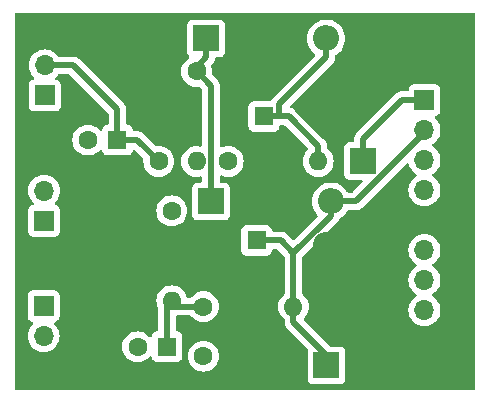
<source format=gbl>
G04 #@! TF.GenerationSoftware,KiCad,Pcbnew,7.0.10-7.0.10~ubuntu20.04.1*
G04 #@! TF.CreationDate,2024-06-13T14:39:57-03:00*
G04 #@! TF.ProjectId,Condicionamento_compacto_V01b,436f6e64-6963-4696-9f6e-616d656e746f,rev?*
G04 #@! TF.SameCoordinates,Original*
G04 #@! TF.FileFunction,Copper,L2,Bot*
G04 #@! TF.FilePolarity,Positive*
%FSLAX46Y46*%
G04 Gerber Fmt 4.6, Leading zero omitted, Abs format (unit mm)*
G04 Created by KiCad (PCBNEW 7.0.10-7.0.10~ubuntu20.04.1) date 2024-06-13 14:39:57*
%MOMM*%
%LPD*%
G01*
G04 APERTURE LIST*
G04 #@! TA.AperFunction,ComponentPad*
%ADD10R,1.700000X1.700000*%
G04 #@! TD*
G04 #@! TA.AperFunction,ComponentPad*
%ADD11O,1.700000X1.700000*%
G04 #@! TD*
G04 #@! TA.AperFunction,ComponentPad*
%ADD12R,1.600000X1.600000*%
G04 #@! TD*
G04 #@! TA.AperFunction,ComponentPad*
%ADD13C,1.600000*%
G04 #@! TD*
G04 #@! TA.AperFunction,ComponentPad*
%ADD14O,1.600000X1.600000*%
G04 #@! TD*
G04 #@! TA.AperFunction,ComponentPad*
%ADD15R,2.200000X2.200000*%
G04 #@! TD*
G04 #@! TA.AperFunction,ComponentPad*
%ADD16O,2.200000X2.200000*%
G04 #@! TD*
G04 #@! TA.AperFunction,Conductor*
%ADD17C,0.500000*%
G04 #@! TD*
G04 APERTURE END LIST*
D10*
X130100000Y-103225000D03*
D11*
X130100000Y-100685000D03*
D12*
X136300000Y-96400000D03*
D13*
X133800000Y-96400000D03*
X139800000Y-98200000D03*
D14*
X139800000Y-90580000D03*
D10*
X130050000Y-110450000D03*
D11*
X130050000Y-112990000D03*
X130050000Y-115530000D03*
D13*
X143590000Y-110500000D03*
D14*
X151210000Y-110500000D03*
D10*
X130150000Y-92625000D03*
D11*
X130150000Y-90085000D03*
X130150000Y-87545000D03*
D15*
X154000000Y-115480000D03*
D16*
X154000000Y-105320000D03*
D12*
X148700000Y-94400000D03*
D13*
X148700000Y-91900000D03*
D15*
X157100000Y-98180000D03*
D16*
X157100000Y-88020000D03*
D12*
X148100000Y-104900000D03*
D13*
X148100000Y-107400000D03*
D15*
X143820000Y-87800000D03*
D16*
X153980000Y-87800000D03*
D13*
X140900000Y-102390000D03*
D14*
X140900000Y-110010000D03*
D13*
X145690000Y-98200000D03*
D14*
X153310000Y-98200000D03*
D13*
X143000000Y-90590000D03*
D14*
X143000000Y-98210000D03*
D10*
X162300000Y-93020000D03*
D11*
X162300000Y-95560000D03*
X162300000Y-98100000D03*
X162300000Y-100640000D03*
X162300000Y-103180000D03*
X162300000Y-105720000D03*
X162300000Y-108260000D03*
X162300000Y-110800000D03*
D12*
X140505100Y-113900000D03*
D13*
X138005100Y-113900000D03*
D15*
X144220000Y-101600000D03*
D16*
X154380000Y-101600000D03*
D13*
X143590000Y-114700000D03*
D14*
X151210000Y-114700000D03*
D17*
X153680000Y-103500000D02*
X151210000Y-105970000D01*
X162300000Y-95792900D02*
X156492900Y-101600000D01*
X153700000Y-103500000D02*
X153680000Y-103500000D01*
X154380000Y-101600000D02*
X154380000Y-102820000D01*
X154000000Y-115480000D02*
X154000000Y-114590000D01*
X148100000Y-104900000D02*
X150140000Y-104900000D01*
X151210000Y-111800000D02*
X151210000Y-110500000D01*
X151210000Y-105970000D02*
X151210000Y-110500000D01*
X154380000Y-102820000D02*
X153700000Y-103500000D01*
X150140000Y-104900000D02*
X151210000Y-105970000D01*
X154000000Y-114590000D02*
X151210000Y-111800000D01*
X162300000Y-95560000D02*
X162300000Y-95792900D01*
X156492900Y-101600000D02*
X154380000Y-101600000D01*
X141390000Y-110500000D02*
X143590000Y-110500000D01*
X140505100Y-110404900D02*
X140900000Y-110010000D01*
X140505100Y-113900000D02*
X140505100Y-110404900D01*
X140900000Y-110010000D02*
X141390000Y-110500000D01*
X130150000Y-90085000D02*
X132585000Y-90085000D01*
X138000000Y-96400000D02*
X139800000Y-98200000D01*
X132585000Y-90085000D02*
X136300000Y-93800000D01*
X136300000Y-96400000D02*
X138000000Y-96400000D01*
X136300000Y-93800000D02*
X136300000Y-96400000D01*
X148700000Y-94400000D02*
X150000000Y-94400000D01*
X157100000Y-96335000D02*
X157100000Y-98180000D01*
X150000000Y-93380000D02*
X150000000Y-94400000D01*
X153980000Y-89400000D02*
X150000000Y-93380000D01*
X162300000Y-93020000D02*
X160415000Y-93020000D01*
X153980000Y-87800000D02*
X153980000Y-89400000D01*
X153310000Y-98200000D02*
X153310000Y-96900000D01*
X160415000Y-93020000D02*
X157100000Y-96335000D01*
X150800000Y-94400000D02*
X150000000Y-94400000D01*
X153310000Y-96900000D02*
X153300000Y-96900000D01*
X153300000Y-96900000D02*
X150800000Y-94400000D01*
X143000000Y-90220000D02*
X143000000Y-90590000D01*
X143820000Y-87800000D02*
X143820000Y-89400000D01*
X143820000Y-89400000D02*
X143000000Y-90220000D01*
X144220000Y-91810000D02*
X143000000Y-90590000D01*
X144220000Y-101600000D02*
X144220000Y-91810000D01*
G04 #@! TA.AperFunction,Conductor*
G36*
X166542539Y-85620185D02*
G01*
X166588294Y-85672989D01*
X166599500Y-85724500D01*
X166599500Y-117475500D01*
X166579815Y-117542539D01*
X166527011Y-117588294D01*
X166475500Y-117599500D01*
X127724500Y-117599500D01*
X127657461Y-117579815D01*
X127611706Y-117527011D01*
X127600500Y-117475500D01*
X127600500Y-112990000D01*
X128694341Y-112990000D01*
X128714936Y-113225403D01*
X128714938Y-113225413D01*
X128776094Y-113453655D01*
X128776096Y-113453659D01*
X128776097Y-113453663D01*
X128785236Y-113473261D01*
X128875965Y-113667830D01*
X128875967Y-113667834D01*
X128898458Y-113699954D01*
X129011505Y-113861401D01*
X129178599Y-114028495D01*
X129222733Y-114059398D01*
X129372165Y-114164032D01*
X129372167Y-114164033D01*
X129372170Y-114164035D01*
X129586337Y-114263903D01*
X129586343Y-114263904D01*
X129586344Y-114263905D01*
X129618485Y-114272517D01*
X129814592Y-114325063D01*
X130002918Y-114341539D01*
X130049999Y-114345659D01*
X130050000Y-114345659D01*
X130050001Y-114345659D01*
X130089234Y-114342226D01*
X130285408Y-114325063D01*
X130513663Y-114263903D01*
X130727830Y-114164035D01*
X130921401Y-114028495D01*
X131049895Y-113900001D01*
X136699632Y-113900001D01*
X136719464Y-114126686D01*
X136719466Y-114126697D01*
X136778358Y-114346488D01*
X136778361Y-114346497D01*
X136874531Y-114552732D01*
X136874532Y-114552734D01*
X137005054Y-114739141D01*
X137165958Y-114900045D01*
X137165961Y-114900047D01*
X137352366Y-115030568D01*
X137558604Y-115126739D01*
X137778408Y-115185635D01*
X137940330Y-115199801D01*
X138005098Y-115205468D01*
X138005100Y-115205468D01*
X138005102Y-115205468D01*
X138061907Y-115200498D01*
X138231792Y-115185635D01*
X138451596Y-115126739D01*
X138657834Y-115030568D01*
X138844239Y-114900047D01*
X139001374Y-114742911D01*
X139062696Y-114709428D01*
X139132387Y-114714412D01*
X139188321Y-114756283D01*
X139209729Y-114802070D01*
X139211008Y-114807480D01*
X139261302Y-114942328D01*
X139261306Y-114942335D01*
X139347552Y-115057544D01*
X139347555Y-115057547D01*
X139462764Y-115143793D01*
X139462771Y-115143797D01*
X139597617Y-115194091D01*
X139597616Y-115194091D01*
X139604544Y-115194835D01*
X139657227Y-115200500D01*
X141352972Y-115200499D01*
X141412583Y-115194091D01*
X141547431Y-115143796D01*
X141662646Y-115057546D01*
X141748896Y-114942331D01*
X141799191Y-114807483D01*
X141805600Y-114747873D01*
X141805600Y-114700001D01*
X142284532Y-114700001D01*
X142304364Y-114926686D01*
X142304366Y-114926697D01*
X142363258Y-115146488D01*
X142363261Y-115146497D01*
X142459431Y-115352732D01*
X142459432Y-115352734D01*
X142589954Y-115539141D01*
X142750858Y-115700045D01*
X142750861Y-115700047D01*
X142937266Y-115830568D01*
X143143504Y-115926739D01*
X143363308Y-115985635D01*
X143525230Y-115999801D01*
X143589998Y-116005468D01*
X143590000Y-116005468D01*
X143590002Y-116005468D01*
X143646673Y-116000509D01*
X143816692Y-115985635D01*
X144036496Y-115926739D01*
X144242734Y-115830568D01*
X144429139Y-115700047D01*
X144590047Y-115539139D01*
X144720568Y-115352734D01*
X144816739Y-115146496D01*
X144875635Y-114926692D01*
X144895468Y-114700000D01*
X144875635Y-114473308D01*
X144830916Y-114306415D01*
X144816741Y-114253511D01*
X144816738Y-114253502D01*
X144787318Y-114190411D01*
X144720568Y-114047266D01*
X144590047Y-113860861D01*
X144590045Y-113860858D01*
X144429141Y-113699954D01*
X144242734Y-113569432D01*
X144242732Y-113569431D01*
X144036497Y-113473261D01*
X144036488Y-113473258D01*
X143816697Y-113414366D01*
X143816693Y-113414365D01*
X143816692Y-113414365D01*
X143816691Y-113414364D01*
X143816686Y-113414364D01*
X143590002Y-113394532D01*
X143589998Y-113394532D01*
X143363313Y-113414364D01*
X143363302Y-113414366D01*
X143143511Y-113473258D01*
X143143502Y-113473261D01*
X142937267Y-113569431D01*
X142937265Y-113569432D01*
X142750858Y-113699954D01*
X142589954Y-113860858D01*
X142459432Y-114047265D01*
X142459431Y-114047267D01*
X142363261Y-114253502D01*
X142363258Y-114253511D01*
X142304366Y-114473302D01*
X142304364Y-114473313D01*
X142284532Y-114699998D01*
X142284532Y-114700001D01*
X141805600Y-114700001D01*
X141805599Y-113052128D01*
X141799191Y-112992517D01*
X141798252Y-112990000D01*
X141748897Y-112857671D01*
X141748893Y-112857664D01*
X141662647Y-112742455D01*
X141662644Y-112742452D01*
X141547435Y-112656206D01*
X141547428Y-112656202D01*
X141412583Y-112605908D01*
X141366343Y-112600937D01*
X141301793Y-112574199D01*
X141261945Y-112516806D01*
X141255600Y-112477648D01*
X141255600Y-111375173D01*
X141275285Y-111308134D01*
X141328089Y-111262379D01*
X141375993Y-111251225D01*
X141394407Y-111250689D01*
X141399133Y-111250552D01*
X141402738Y-111250500D01*
X142463337Y-111250500D01*
X142530376Y-111270185D01*
X142564912Y-111303377D01*
X142589954Y-111339141D01*
X142750858Y-111500045D01*
X142750861Y-111500047D01*
X142937266Y-111630568D01*
X143143504Y-111726739D01*
X143363308Y-111785635D01*
X143525230Y-111799801D01*
X143589998Y-111805468D01*
X143590000Y-111805468D01*
X143590002Y-111805468D01*
X143646796Y-111800499D01*
X143816692Y-111785635D01*
X144036496Y-111726739D01*
X144242734Y-111630568D01*
X144429139Y-111500047D01*
X144590047Y-111339139D01*
X144720568Y-111152734D01*
X144816739Y-110946496D01*
X144875635Y-110726692D01*
X144895468Y-110500000D01*
X144875635Y-110273308D01*
X144816739Y-110053504D01*
X144720568Y-109847266D01*
X144590047Y-109660861D01*
X144590045Y-109660858D01*
X144429141Y-109499954D01*
X144242734Y-109369432D01*
X144242732Y-109369431D01*
X144036497Y-109273261D01*
X144036488Y-109273258D01*
X143816697Y-109214366D01*
X143816693Y-109214365D01*
X143816692Y-109214365D01*
X143816691Y-109214364D01*
X143816686Y-109214364D01*
X143590002Y-109194532D01*
X143589998Y-109194532D01*
X143363313Y-109214364D01*
X143363302Y-109214366D01*
X143143511Y-109273258D01*
X143143502Y-109273261D01*
X142937267Y-109369431D01*
X142937265Y-109369432D01*
X142750858Y-109499954D01*
X142589954Y-109660858D01*
X142564912Y-109696623D01*
X142510335Y-109740248D01*
X142463337Y-109749500D01*
X142271725Y-109749500D01*
X142204686Y-109729815D01*
X142158931Y-109677011D01*
X142151950Y-109657593D01*
X142126741Y-109563511D01*
X142126738Y-109563502D01*
X142121608Y-109552500D01*
X142030568Y-109357266D01*
X141930508Y-109214364D01*
X141900045Y-109170858D01*
X141739141Y-109009954D01*
X141552734Y-108879432D01*
X141552732Y-108879431D01*
X141346497Y-108783261D01*
X141346488Y-108783258D01*
X141126697Y-108724366D01*
X141126693Y-108724365D01*
X141126692Y-108724365D01*
X141126691Y-108724364D01*
X141126686Y-108724364D01*
X140900002Y-108704532D01*
X140899998Y-108704532D01*
X140673313Y-108724364D01*
X140673302Y-108724366D01*
X140453511Y-108783258D01*
X140453502Y-108783261D01*
X140247267Y-108879431D01*
X140247265Y-108879432D01*
X140060858Y-109009954D01*
X139899954Y-109170858D01*
X139769432Y-109357265D01*
X139769431Y-109357267D01*
X139673261Y-109563502D01*
X139673258Y-109563511D01*
X139614366Y-109783302D01*
X139614364Y-109783313D01*
X139594532Y-110009998D01*
X139594532Y-110010001D01*
X139614364Y-110236686D01*
X139614366Y-110236697D01*
X139673258Y-110456488D01*
X139673261Y-110456497D01*
X139742982Y-110606011D01*
X139754600Y-110658416D01*
X139754600Y-112477648D01*
X139734915Y-112544687D01*
X139682111Y-112590442D01*
X139643855Y-112600938D01*
X139597616Y-112605909D01*
X139462771Y-112656202D01*
X139462764Y-112656206D01*
X139347555Y-112742452D01*
X139347552Y-112742455D01*
X139261306Y-112857664D01*
X139261302Y-112857671D01*
X139211009Y-112992513D01*
X139209732Y-112997922D01*
X139175158Y-113058638D01*
X139113247Y-113091023D01*
X139043656Y-113084796D01*
X139001374Y-113057087D01*
X138844241Y-112899954D01*
X138657834Y-112769432D01*
X138657832Y-112769431D01*
X138451597Y-112673261D01*
X138451588Y-112673258D01*
X138231797Y-112614366D01*
X138231793Y-112614365D01*
X138231792Y-112614365D01*
X138231791Y-112614364D01*
X138231786Y-112614364D01*
X138005102Y-112594532D01*
X138005098Y-112594532D01*
X137778413Y-112614364D01*
X137778402Y-112614366D01*
X137558611Y-112673258D01*
X137558602Y-112673261D01*
X137352367Y-112769431D01*
X137352365Y-112769432D01*
X137165958Y-112899954D01*
X137005054Y-113060858D01*
X136874532Y-113247265D01*
X136874531Y-113247267D01*
X136778361Y-113453502D01*
X136778358Y-113453511D01*
X136719466Y-113673302D01*
X136719464Y-113673313D01*
X136699632Y-113899998D01*
X136699632Y-113900001D01*
X131049895Y-113900001D01*
X131088495Y-113861401D01*
X131224035Y-113667830D01*
X131323903Y-113453663D01*
X131385063Y-113225408D01*
X131405659Y-112990000D01*
X131385063Y-112754592D01*
X131323903Y-112526337D01*
X131224035Y-112312171D01*
X131205499Y-112285699D01*
X131088496Y-112118600D01*
X131043797Y-112073901D01*
X130966567Y-111996671D01*
X130933084Y-111935351D01*
X130938068Y-111865659D01*
X130979939Y-111809725D01*
X131010915Y-111792810D01*
X131142331Y-111743796D01*
X131257546Y-111657546D01*
X131343796Y-111542331D01*
X131394091Y-111407483D01*
X131400500Y-111347873D01*
X131400499Y-109552128D01*
X131394091Y-109492517D01*
X131390542Y-109483002D01*
X131343797Y-109357671D01*
X131343793Y-109357664D01*
X131257547Y-109242455D01*
X131257544Y-109242452D01*
X131142335Y-109156206D01*
X131142328Y-109156202D01*
X131007482Y-109105908D01*
X131007483Y-109105908D01*
X130947883Y-109099501D01*
X130947881Y-109099500D01*
X130947873Y-109099500D01*
X130947864Y-109099500D01*
X129152129Y-109099500D01*
X129152123Y-109099501D01*
X129092516Y-109105908D01*
X128957671Y-109156202D01*
X128957664Y-109156206D01*
X128842455Y-109242452D01*
X128842452Y-109242455D01*
X128756206Y-109357664D01*
X128756202Y-109357671D01*
X128705908Y-109492517D01*
X128701879Y-109530000D01*
X128699501Y-109552123D01*
X128699500Y-109552135D01*
X128699500Y-111347870D01*
X128699501Y-111347876D01*
X128705908Y-111407483D01*
X128756202Y-111542328D01*
X128756206Y-111542335D01*
X128842452Y-111657544D01*
X128842455Y-111657547D01*
X128957664Y-111743793D01*
X128957671Y-111743797D01*
X129089081Y-111792810D01*
X129145015Y-111834681D01*
X129169432Y-111900145D01*
X129154580Y-111968418D01*
X129133430Y-111996673D01*
X129011503Y-112118600D01*
X128875965Y-112312169D01*
X128875964Y-112312171D01*
X128776098Y-112526335D01*
X128776094Y-112526344D01*
X128714938Y-112754586D01*
X128714936Y-112754596D01*
X128694341Y-112989999D01*
X128694341Y-112990000D01*
X127600500Y-112990000D01*
X127600500Y-105747870D01*
X146799500Y-105747870D01*
X146799501Y-105747876D01*
X146805908Y-105807483D01*
X146856202Y-105942328D01*
X146856206Y-105942335D01*
X146942452Y-106057544D01*
X146942455Y-106057547D01*
X147057664Y-106143793D01*
X147057671Y-106143797D01*
X147192517Y-106194091D01*
X147192516Y-106194091D01*
X147199444Y-106194835D01*
X147252127Y-106200500D01*
X148947872Y-106200499D01*
X149007483Y-106194091D01*
X149142331Y-106143796D01*
X149257546Y-106057546D01*
X149343796Y-105942331D01*
X149394091Y-105807483D01*
X149399062Y-105761242D01*
X149425799Y-105696694D01*
X149483191Y-105656846D01*
X149522351Y-105650500D01*
X149777770Y-105650500D01*
X149844809Y-105670185D01*
X149865451Y-105686819D01*
X150423181Y-106244548D01*
X150456666Y-106305871D01*
X150459500Y-106332229D01*
X150459500Y-109373336D01*
X150439815Y-109440375D01*
X150406625Y-109474910D01*
X150370863Y-109499951D01*
X150209951Y-109660862D01*
X150079432Y-109847265D01*
X150079431Y-109847267D01*
X149983261Y-110053502D01*
X149983258Y-110053511D01*
X149924366Y-110273302D01*
X149924364Y-110273313D01*
X149904532Y-110499998D01*
X149904532Y-110500001D01*
X149924364Y-110726686D01*
X149924366Y-110726697D01*
X149983258Y-110946488D01*
X149983261Y-110946497D01*
X150079431Y-111152732D01*
X150079432Y-111152734D01*
X150209954Y-111339141D01*
X150370859Y-111500046D01*
X150406621Y-111525086D01*
X150450247Y-111579662D01*
X150459500Y-111626662D01*
X150459500Y-111736294D01*
X150458191Y-111754263D01*
X150454710Y-111778025D01*
X150459028Y-111827368D01*
X150459500Y-111838176D01*
X150459500Y-111843711D01*
X150463098Y-111874495D01*
X150463464Y-111878083D01*
X150470000Y-111952791D01*
X150471461Y-111959867D01*
X150471403Y-111959878D01*
X150473034Y-111967237D01*
X150473092Y-111967224D01*
X150474757Y-111974249D01*
X150500400Y-112044705D01*
X150501582Y-112048107D01*
X150525182Y-112119326D01*
X150528236Y-112125874D01*
X150528182Y-112125898D01*
X150531470Y-112132688D01*
X150531521Y-112132663D01*
X150534761Y-112139114D01*
X150575979Y-112201784D01*
X150577889Y-112204782D01*
X150608972Y-112255174D01*
X150617289Y-112268658D01*
X150621766Y-112274319D01*
X150621719Y-112274356D01*
X150626482Y-112280202D01*
X150626528Y-112280164D01*
X150631173Y-112285699D01*
X150685707Y-112337149D01*
X150688295Y-112339663D01*
X152408030Y-114059398D01*
X152441515Y-114120721D01*
X152436531Y-114190411D01*
X152405909Y-114272514D01*
X152405908Y-114272516D01*
X152400259Y-114325063D01*
X152399501Y-114332123D01*
X152399500Y-114332135D01*
X152399500Y-116627870D01*
X152399501Y-116627876D01*
X152405908Y-116687483D01*
X152456202Y-116822328D01*
X152456206Y-116822335D01*
X152542452Y-116937544D01*
X152542455Y-116937547D01*
X152657664Y-117023793D01*
X152657671Y-117023797D01*
X152792517Y-117074091D01*
X152792516Y-117074091D01*
X152799444Y-117074835D01*
X152852127Y-117080500D01*
X155147872Y-117080499D01*
X155207483Y-117074091D01*
X155342331Y-117023796D01*
X155457546Y-116937546D01*
X155543796Y-116822331D01*
X155594091Y-116687483D01*
X155600500Y-116627873D01*
X155600499Y-114332128D01*
X155594091Y-114272517D01*
X155590878Y-114263903D01*
X155543797Y-114137671D01*
X155543793Y-114137664D01*
X155457547Y-114022455D01*
X155457544Y-114022452D01*
X155342335Y-113936206D01*
X155342328Y-113936202D01*
X155207482Y-113885908D01*
X155207483Y-113885908D01*
X155147883Y-113879501D01*
X155147881Y-113879500D01*
X155147873Y-113879500D01*
X155147865Y-113879500D01*
X154402229Y-113879500D01*
X154335190Y-113859815D01*
X154314548Y-113843181D01*
X152097958Y-111626590D01*
X152064473Y-111565267D01*
X152069457Y-111495575D01*
X152097956Y-111451229D01*
X152210047Y-111339139D01*
X152340568Y-111152734D01*
X152436739Y-110946496D01*
X152475992Y-110800000D01*
X160944341Y-110800000D01*
X160964936Y-111035403D01*
X160964938Y-111035413D01*
X161026094Y-111263655D01*
X161026096Y-111263659D01*
X161026097Y-111263663D01*
X161065370Y-111347883D01*
X161125965Y-111477830D01*
X161125967Y-111477834D01*
X161230128Y-111626590D01*
X161261505Y-111671401D01*
X161428599Y-111838495D01*
X161516644Y-111900145D01*
X161622165Y-111974032D01*
X161622167Y-111974033D01*
X161622170Y-111974035D01*
X161836337Y-112073903D01*
X162064592Y-112135063D01*
X162252918Y-112151539D01*
X162299999Y-112155659D01*
X162300000Y-112155659D01*
X162300001Y-112155659D01*
X162339234Y-112152226D01*
X162535408Y-112135063D01*
X162763663Y-112073903D01*
X162977830Y-111974035D01*
X163171401Y-111838495D01*
X163338495Y-111671401D01*
X163474035Y-111477830D01*
X163573903Y-111263663D01*
X163635063Y-111035408D01*
X163655659Y-110800000D01*
X163635063Y-110564592D01*
X163573903Y-110336337D01*
X163474035Y-110122171D01*
X163395493Y-110010000D01*
X163338494Y-109928597D01*
X163171402Y-109761506D01*
X163171396Y-109761501D01*
X162985842Y-109631575D01*
X162942217Y-109576998D01*
X162935023Y-109507500D01*
X162966546Y-109445145D01*
X162985842Y-109428425D01*
X163064517Y-109373336D01*
X163171401Y-109298495D01*
X163338495Y-109131401D01*
X163474035Y-108937830D01*
X163573903Y-108723663D01*
X163635063Y-108495408D01*
X163655659Y-108260000D01*
X163635063Y-108024592D01*
X163573903Y-107796337D01*
X163474035Y-107582171D01*
X163338495Y-107388599D01*
X163338494Y-107388597D01*
X163171402Y-107221506D01*
X163171396Y-107221501D01*
X162985842Y-107091575D01*
X162942217Y-107036998D01*
X162935023Y-106967500D01*
X162966546Y-106905145D01*
X162985842Y-106888425D01*
X163008026Y-106872891D01*
X163171401Y-106758495D01*
X163338495Y-106591401D01*
X163474035Y-106397830D01*
X163573903Y-106183663D01*
X163635063Y-105955408D01*
X163655659Y-105720000D01*
X163635063Y-105484592D01*
X163573903Y-105256337D01*
X163474035Y-105042171D01*
X163380531Y-104908632D01*
X163338494Y-104848597D01*
X163171402Y-104681506D01*
X163171395Y-104681501D01*
X162977834Y-104545967D01*
X162977830Y-104545965D01*
X162919566Y-104518796D01*
X162763663Y-104446097D01*
X162763659Y-104446096D01*
X162763655Y-104446094D01*
X162535413Y-104384938D01*
X162535403Y-104384936D01*
X162300001Y-104364341D01*
X162299999Y-104364341D01*
X162064596Y-104384936D01*
X162064586Y-104384938D01*
X161836344Y-104446094D01*
X161836335Y-104446098D01*
X161622171Y-104545964D01*
X161622169Y-104545965D01*
X161428597Y-104681505D01*
X161261505Y-104848597D01*
X161125965Y-105042169D01*
X161125964Y-105042171D01*
X161026098Y-105256335D01*
X161026094Y-105256344D01*
X160964938Y-105484586D01*
X160964936Y-105484596D01*
X160944341Y-105719999D01*
X160944341Y-105720000D01*
X160964936Y-105955403D01*
X160964938Y-105955413D01*
X161026094Y-106183655D01*
X161026096Y-106183659D01*
X161026097Y-106183663D01*
X161071424Y-106280867D01*
X161125965Y-106397830D01*
X161125967Y-106397834D01*
X161261501Y-106591395D01*
X161261506Y-106591402D01*
X161428597Y-106758493D01*
X161428603Y-106758498D01*
X161614158Y-106888425D01*
X161657783Y-106943002D01*
X161664977Y-107012500D01*
X161633454Y-107074855D01*
X161614158Y-107091575D01*
X161428597Y-107221505D01*
X161261505Y-107388597D01*
X161125965Y-107582169D01*
X161125964Y-107582171D01*
X161026098Y-107796335D01*
X161026094Y-107796344D01*
X160964938Y-108024586D01*
X160964936Y-108024596D01*
X160944341Y-108259999D01*
X160944341Y-108260000D01*
X160964936Y-108495403D01*
X160964938Y-108495413D01*
X161026094Y-108723655D01*
X161026096Y-108723659D01*
X161026097Y-108723663D01*
X161125965Y-108937830D01*
X161125967Y-108937834D01*
X161261501Y-109131395D01*
X161261506Y-109131402D01*
X161428597Y-109298493D01*
X161428603Y-109298498D01*
X161614158Y-109428425D01*
X161657783Y-109483002D01*
X161664977Y-109552500D01*
X161633454Y-109614855D01*
X161614158Y-109631575D01*
X161428597Y-109761505D01*
X161261505Y-109928597D01*
X161125965Y-110122169D01*
X161125964Y-110122171D01*
X161026098Y-110336335D01*
X161026094Y-110336344D01*
X160964938Y-110564586D01*
X160964936Y-110564596D01*
X160944341Y-110799999D01*
X160944341Y-110800000D01*
X152475992Y-110800000D01*
X152495635Y-110726692D01*
X152515468Y-110500000D01*
X152495635Y-110273308D01*
X152436739Y-110053504D01*
X152340568Y-109847266D01*
X152210047Y-109660861D01*
X152049139Y-109499953D01*
X152044373Y-109496615D01*
X152013375Y-109474910D01*
X151969751Y-109420332D01*
X151960500Y-109373336D01*
X151960500Y-106332228D01*
X151980185Y-106265189D01*
X151996814Y-106244552D01*
X154106214Y-104135151D01*
X154128794Y-104117297D01*
X154168656Y-104092712D01*
X154168657Y-104092711D01*
X154174329Y-104088227D01*
X154174367Y-104088275D01*
X154180204Y-104083519D01*
X154180164Y-104083471D01*
X154185686Y-104078835D01*
X154185696Y-104078830D01*
X154237186Y-104024252D01*
X154239633Y-104021733D01*
X154865641Y-103395724D01*
X154879260Y-103383954D01*
X154898530Y-103369610D01*
X154930372Y-103331661D01*
X154937671Y-103323694D01*
X154941590Y-103319777D01*
X154960811Y-103295467D01*
X154963094Y-103292664D01*
X155011301Y-103235215D01*
X155015272Y-103229179D01*
X155015323Y-103229212D01*
X155019369Y-103222860D01*
X155019317Y-103222828D01*
X155023105Y-103216683D01*
X155023111Y-103216677D01*
X155054829Y-103148655D01*
X155056369Y-103145476D01*
X155090040Y-103078433D01*
X155090043Y-103078416D01*
X155092291Y-103072242D01*
X155133712Y-103015974D01*
X155144004Y-103008928D01*
X155323659Y-102898836D01*
X155515224Y-102735224D01*
X155678836Y-102543659D01*
X155760920Y-102409710D01*
X155812731Y-102362835D01*
X155866647Y-102350500D01*
X156429195Y-102350500D01*
X156447165Y-102351809D01*
X156470923Y-102355289D01*
X156520269Y-102350971D01*
X156531076Y-102350500D01*
X156536604Y-102350500D01*
X156536609Y-102350500D01*
X156567456Y-102346893D01*
X156570930Y-102346539D01*
X156645697Y-102339999D01*
X156645705Y-102339996D01*
X156652766Y-102338539D01*
X156652778Y-102338598D01*
X156660143Y-102336965D01*
X156660129Y-102336906D01*
X156667149Y-102335241D01*
X156667155Y-102335241D01*
X156737679Y-102309572D01*
X156741017Y-102308412D01*
X156812234Y-102284814D01*
X156812242Y-102284808D01*
X156818782Y-102281760D01*
X156818808Y-102281816D01*
X156825590Y-102278532D01*
X156825563Y-102278478D01*
X156832013Y-102275238D01*
X156832017Y-102275237D01*
X156894737Y-102233984D01*
X156897632Y-102232140D01*
X156961556Y-102192712D01*
X156961562Y-102192705D01*
X156967225Y-102188229D01*
X156967262Y-102188277D01*
X156973104Y-102183518D01*
X156973064Y-102183471D01*
X156978586Y-102178835D01*
X156978596Y-102178830D01*
X157030085Y-102124253D01*
X157032532Y-102121734D01*
X160782200Y-98372065D01*
X160843521Y-98338582D01*
X160913213Y-98343566D01*
X160969146Y-98385438D01*
X160989654Y-98427655D01*
X161026094Y-98563655D01*
X161026096Y-98563659D01*
X161026097Y-98563663D01*
X161125965Y-98777830D01*
X161125967Y-98777834D01*
X161261501Y-98971395D01*
X161261506Y-98971402D01*
X161428597Y-99138493D01*
X161428603Y-99138498D01*
X161614158Y-99268425D01*
X161657783Y-99323002D01*
X161664977Y-99392500D01*
X161633454Y-99454855D01*
X161614158Y-99471575D01*
X161428597Y-99601505D01*
X161261505Y-99768597D01*
X161125965Y-99962169D01*
X161125964Y-99962171D01*
X161026098Y-100176335D01*
X161026094Y-100176344D01*
X160964938Y-100404586D01*
X160964936Y-100404596D01*
X160944341Y-100639999D01*
X160944341Y-100640000D01*
X160964936Y-100875403D01*
X160964938Y-100875413D01*
X161026094Y-101103655D01*
X161026096Y-101103659D01*
X161026097Y-101103663D01*
X161125965Y-101317830D01*
X161125967Y-101317834D01*
X161234281Y-101472521D01*
X161261505Y-101511401D01*
X161428599Y-101678495D01*
X161492866Y-101723495D01*
X161622165Y-101814032D01*
X161622167Y-101814033D01*
X161622170Y-101814035D01*
X161836337Y-101913903D01*
X162064592Y-101975063D01*
X162252918Y-101991539D01*
X162299999Y-101995659D01*
X162300000Y-101995659D01*
X162300001Y-101995659D01*
X162339234Y-101992226D01*
X162535408Y-101975063D01*
X162763663Y-101913903D01*
X162977830Y-101814035D01*
X163171401Y-101678495D01*
X163338495Y-101511401D01*
X163474035Y-101317830D01*
X163573903Y-101103663D01*
X163635063Y-100875408D01*
X163655659Y-100640000D01*
X163635063Y-100404592D01*
X163573903Y-100176337D01*
X163474035Y-99962171D01*
X163446010Y-99922146D01*
X163338494Y-99768597D01*
X163171402Y-99601506D01*
X163171396Y-99601501D01*
X162985842Y-99471575D01*
X162942217Y-99416998D01*
X162935023Y-99347500D01*
X162966546Y-99285145D01*
X162985842Y-99268425D01*
X163069217Y-99210045D01*
X163171401Y-99138495D01*
X163338495Y-98971401D01*
X163474035Y-98777830D01*
X163573903Y-98563663D01*
X163635063Y-98335408D01*
X163655659Y-98100000D01*
X163635063Y-97864592D01*
X163573903Y-97636337D01*
X163474035Y-97422171D01*
X163458545Y-97400048D01*
X163338494Y-97228597D01*
X163171402Y-97061506D01*
X163171396Y-97061501D01*
X162985842Y-96931575D01*
X162942217Y-96876998D01*
X162935023Y-96807500D01*
X162966546Y-96745145D01*
X162985842Y-96728425D01*
X163117547Y-96636204D01*
X163171401Y-96598495D01*
X163338495Y-96431401D01*
X163474035Y-96237830D01*
X163573903Y-96023663D01*
X163635063Y-95795408D01*
X163655659Y-95560000D01*
X163635063Y-95324592D01*
X163573903Y-95096337D01*
X163474035Y-94882171D01*
X163338495Y-94688599D01*
X163216567Y-94566671D01*
X163183084Y-94505351D01*
X163188068Y-94435659D01*
X163229939Y-94379725D01*
X163260915Y-94362810D01*
X163392331Y-94313796D01*
X163507546Y-94227546D01*
X163593796Y-94112331D01*
X163644091Y-93977483D01*
X163650500Y-93917873D01*
X163650499Y-92122128D01*
X163644091Y-92062517D01*
X163593796Y-91927669D01*
X163593795Y-91927668D01*
X163593793Y-91927664D01*
X163507547Y-91812455D01*
X163507544Y-91812452D01*
X163392335Y-91726206D01*
X163392328Y-91726202D01*
X163257482Y-91675908D01*
X163257483Y-91675908D01*
X163197883Y-91669501D01*
X163197881Y-91669500D01*
X163197873Y-91669500D01*
X163197864Y-91669500D01*
X161402129Y-91669500D01*
X161402123Y-91669501D01*
X161342516Y-91675908D01*
X161207671Y-91726202D01*
X161207664Y-91726206D01*
X161092455Y-91812452D01*
X161092452Y-91812455D01*
X161006206Y-91927664D01*
X161006202Y-91927671D01*
X160955908Y-92062517D01*
X160953540Y-92084547D01*
X160949501Y-92122123D01*
X160949500Y-92122135D01*
X160949500Y-92145500D01*
X160929815Y-92212539D01*
X160877011Y-92258294D01*
X160825500Y-92269500D01*
X160478705Y-92269500D01*
X160460735Y-92268191D01*
X160436972Y-92264710D01*
X160389843Y-92268834D01*
X160387630Y-92269028D01*
X160376824Y-92269500D01*
X160371284Y-92269500D01*
X160340501Y-92273098D01*
X160336916Y-92273464D01*
X160262199Y-92280001D01*
X160255132Y-92281460D01*
X160255120Y-92281404D01*
X160247763Y-92283035D01*
X160247777Y-92283092D01*
X160240740Y-92284760D01*
X160170231Y-92310421D01*
X160166854Y-92311595D01*
X160127848Y-92324521D01*
X160095668Y-92335185D01*
X160089126Y-92338236D01*
X160089101Y-92338183D01*
X160082308Y-92341471D01*
X160082334Y-92341523D01*
X160075880Y-92344764D01*
X160013221Y-92385975D01*
X160010181Y-92387912D01*
X159946348Y-92427285D01*
X159940683Y-92431765D01*
X159940647Y-92431719D01*
X159934798Y-92436484D01*
X159934835Y-92436528D01*
X159929310Y-92441164D01*
X159877832Y-92495726D01*
X159875320Y-92498311D01*
X156614358Y-95759272D01*
X156600729Y-95771051D01*
X156581469Y-95785390D01*
X156549632Y-95823331D01*
X156542346Y-95831284D01*
X156538407Y-95835224D01*
X156519176Y-95859545D01*
X156516902Y-95862337D01*
X156468694Y-95919790D01*
X156464729Y-95925819D01*
X156464682Y-95925788D01*
X156460630Y-95932147D01*
X156460679Y-95932177D01*
X156456889Y-95938321D01*
X156425192Y-96006294D01*
X156423623Y-96009536D01*
X156389957Y-96076572D01*
X156387488Y-96083357D01*
X156387432Y-96083336D01*
X156384960Y-96090450D01*
X156385015Y-96090469D01*
X156382743Y-96097325D01*
X156367573Y-96170788D01*
X156366793Y-96174304D01*
X156349499Y-96247279D01*
X156348661Y-96254454D01*
X156348601Y-96254447D01*
X156347835Y-96261945D01*
X156347895Y-96261951D01*
X156347265Y-96269140D01*
X156349448Y-96344128D01*
X156349500Y-96347735D01*
X156349500Y-96455500D01*
X156329815Y-96522539D01*
X156277011Y-96568294D01*
X156225500Y-96579500D01*
X155952130Y-96579500D01*
X155952123Y-96579501D01*
X155892516Y-96585908D01*
X155757671Y-96636202D01*
X155757664Y-96636206D01*
X155642455Y-96722452D01*
X155642452Y-96722455D01*
X155556206Y-96837664D01*
X155556202Y-96837671D01*
X155505908Y-96972517D01*
X155502924Y-97000278D01*
X155499501Y-97032123D01*
X155499500Y-97032135D01*
X155499501Y-99327862D01*
X155499501Y-99327876D01*
X155505908Y-99387483D01*
X155556202Y-99522328D01*
X155556206Y-99522335D01*
X155642452Y-99637544D01*
X155642455Y-99637547D01*
X155757664Y-99723793D01*
X155757671Y-99723797D01*
X155892517Y-99774091D01*
X155892516Y-99774091D01*
X155899444Y-99774835D01*
X155952127Y-99780500D01*
X156951669Y-99780499D01*
X157018708Y-99800183D01*
X157064463Y-99852987D01*
X157074407Y-99922146D01*
X157045382Y-99985702D01*
X157039350Y-99992180D01*
X156218351Y-100813181D01*
X156157028Y-100846666D01*
X156130670Y-100849500D01*
X155866647Y-100849500D01*
X155799608Y-100829815D01*
X155760919Y-100790289D01*
X155696397Y-100684999D01*
X155678836Y-100656341D01*
X155515224Y-100464776D01*
X155388571Y-100356604D01*
X155323656Y-100301161D01*
X155323653Y-100301160D01*
X155108859Y-100169533D01*
X154876110Y-100073126D01*
X154631151Y-100014317D01*
X154380000Y-99994551D01*
X154128848Y-100014317D01*
X153883889Y-100073126D01*
X153651140Y-100169533D01*
X153436346Y-100301160D01*
X153436343Y-100301161D01*
X153244776Y-100464776D01*
X153081161Y-100656343D01*
X153081160Y-100656346D01*
X152949533Y-100871140D01*
X152853126Y-101103889D01*
X152794317Y-101348848D01*
X152774551Y-101600000D01*
X152794317Y-101851151D01*
X152853126Y-102096110D01*
X152949533Y-102328859D01*
X153081160Y-102543653D01*
X153081161Y-102543656D01*
X153081164Y-102543659D01*
X153235479Y-102724339D01*
X153264050Y-102788100D01*
X153253613Y-102857185D01*
X153215344Y-102900716D01*
X153217004Y-102902815D01*
X153211348Y-102907286D01*
X153211344Y-102907289D01*
X153211340Y-102907292D01*
X153205677Y-102911770D01*
X153205641Y-102911724D01*
X153199798Y-102916484D01*
X153199835Y-102916528D01*
X153194310Y-102921164D01*
X153194304Y-102921169D01*
X153194304Y-102921170D01*
X153143337Y-102975189D01*
X153142832Y-102975726D01*
X153140320Y-102978311D01*
X151297680Y-104820950D01*
X151236357Y-104854435D01*
X151166665Y-104849451D01*
X151122318Y-104820950D01*
X150715729Y-104414361D01*
X150703949Y-104400730D01*
X150689610Y-104381470D01*
X150651651Y-104349619D01*
X150643686Y-104342318D01*
X150639780Y-104338411D01*
X150615443Y-104319168D01*
X150612647Y-104316890D01*
X150555214Y-104268698D01*
X150549180Y-104264729D01*
X150549212Y-104264680D01*
X150542853Y-104260628D01*
X150542822Y-104260679D01*
X150536680Y-104256891D01*
X150536678Y-104256890D01*
X150536677Y-104256889D01*
X150468688Y-104225184D01*
X150465447Y-104223615D01*
X150434530Y-104208088D01*
X150398433Y-104189960D01*
X150398431Y-104189959D01*
X150398430Y-104189959D01*
X150391645Y-104187489D01*
X150391665Y-104187433D01*
X150384549Y-104184959D01*
X150384531Y-104185015D01*
X150377674Y-104182743D01*
X150304210Y-104167573D01*
X150300693Y-104166793D01*
X150227718Y-104149499D01*
X150220547Y-104148661D01*
X150220553Y-104148601D01*
X150213055Y-104147835D01*
X150213050Y-104147895D01*
X150205860Y-104147265D01*
X150130870Y-104149448D01*
X150127263Y-104149500D01*
X149522351Y-104149500D01*
X149455312Y-104129815D01*
X149409557Y-104077011D01*
X149399061Y-104038752D01*
X149394091Y-103992516D01*
X149343797Y-103857671D01*
X149343793Y-103857664D01*
X149257547Y-103742455D01*
X149257544Y-103742452D01*
X149142335Y-103656206D01*
X149142328Y-103656202D01*
X149007482Y-103605908D01*
X149007483Y-103605908D01*
X148947883Y-103599501D01*
X148947881Y-103599500D01*
X148947873Y-103599500D01*
X148947864Y-103599500D01*
X147252129Y-103599500D01*
X147252123Y-103599501D01*
X147192516Y-103605908D01*
X147057671Y-103656202D01*
X147057664Y-103656206D01*
X146942455Y-103742452D01*
X146942452Y-103742455D01*
X146856206Y-103857664D01*
X146856202Y-103857671D01*
X146805908Y-103992517D01*
X146799501Y-104052116D01*
X146799500Y-104052135D01*
X146799500Y-105747870D01*
X127600500Y-105747870D01*
X127600500Y-100685000D01*
X128744341Y-100685000D01*
X128764936Y-100920403D01*
X128764938Y-100920413D01*
X128826094Y-101148655D01*
X128826096Y-101148659D01*
X128826097Y-101148663D01*
X128877749Y-101259431D01*
X128925965Y-101362830D01*
X128925967Y-101362834D01*
X128944957Y-101389954D01*
X129061501Y-101556396D01*
X129061506Y-101556402D01*
X129183430Y-101678326D01*
X129216915Y-101739649D01*
X129211931Y-101809341D01*
X129170059Y-101865274D01*
X129139083Y-101882189D01*
X129007669Y-101931203D01*
X129007664Y-101931206D01*
X128892455Y-102017452D01*
X128892452Y-102017455D01*
X128806206Y-102132664D01*
X128806202Y-102132671D01*
X128755908Y-102267517D01*
X128749501Y-102327116D01*
X128749501Y-102327123D01*
X128749500Y-102327135D01*
X128749500Y-104122870D01*
X128749501Y-104122876D01*
X128755908Y-104182483D01*
X128806202Y-104317328D01*
X128806206Y-104317335D01*
X128892452Y-104432544D01*
X128892455Y-104432547D01*
X129007664Y-104518793D01*
X129007671Y-104518797D01*
X129142517Y-104569091D01*
X129142516Y-104569091D01*
X129149444Y-104569835D01*
X129202127Y-104575500D01*
X130997872Y-104575499D01*
X131057483Y-104569091D01*
X131192331Y-104518796D01*
X131307546Y-104432546D01*
X131393796Y-104317331D01*
X131444091Y-104182483D01*
X131450500Y-104122873D01*
X131450499Y-102390001D01*
X139594532Y-102390001D01*
X139614364Y-102616686D01*
X139614366Y-102616697D01*
X139673258Y-102836488D01*
X139673261Y-102836497D01*
X139769431Y-103042732D01*
X139769432Y-103042734D01*
X139899954Y-103229141D01*
X140060858Y-103390045D01*
X140060861Y-103390047D01*
X140247266Y-103520568D01*
X140453504Y-103616739D01*
X140673308Y-103675635D01*
X140835230Y-103689801D01*
X140899998Y-103695468D01*
X140900000Y-103695468D01*
X140900002Y-103695468D01*
X140956673Y-103690509D01*
X141126692Y-103675635D01*
X141346496Y-103616739D01*
X141552734Y-103520568D01*
X141739139Y-103390047D01*
X141900047Y-103229139D01*
X142030568Y-103042734D01*
X142126739Y-102836496D01*
X142185635Y-102616692D01*
X142205468Y-102390000D01*
X142202053Y-102350972D01*
X142195711Y-102278478D01*
X142185635Y-102163308D01*
X142126739Y-101943504D01*
X142030568Y-101737266D01*
X141900047Y-101550861D01*
X141900045Y-101550858D01*
X141739141Y-101389954D01*
X141552734Y-101259432D01*
X141552732Y-101259431D01*
X141346497Y-101163261D01*
X141346488Y-101163258D01*
X141126697Y-101104366D01*
X141126693Y-101104365D01*
X141126692Y-101104365D01*
X141126691Y-101104364D01*
X141126686Y-101104364D01*
X140900002Y-101084532D01*
X140899998Y-101084532D01*
X140673313Y-101104364D01*
X140673302Y-101104366D01*
X140453511Y-101163258D01*
X140453502Y-101163261D01*
X140247267Y-101259431D01*
X140247265Y-101259432D01*
X140060858Y-101389954D01*
X139899954Y-101550858D01*
X139769432Y-101737265D01*
X139769431Y-101737267D01*
X139673261Y-101943502D01*
X139673258Y-101943511D01*
X139614366Y-102163302D01*
X139614364Y-102163313D01*
X139594532Y-102389998D01*
X139594532Y-102390001D01*
X131450499Y-102390001D01*
X131450499Y-102327128D01*
X131444091Y-102267517D01*
X131431598Y-102234022D01*
X131393797Y-102132671D01*
X131393793Y-102132664D01*
X131307547Y-102017455D01*
X131307544Y-102017452D01*
X131192335Y-101931206D01*
X131192328Y-101931202D01*
X131060917Y-101882189D01*
X131004983Y-101840318D01*
X130980566Y-101774853D01*
X130995418Y-101706580D01*
X131016563Y-101678332D01*
X131138495Y-101556401D01*
X131274035Y-101362830D01*
X131373903Y-101148663D01*
X131435063Y-100920408D01*
X131455659Y-100685000D01*
X131435063Y-100449592D01*
X131373903Y-100221337D01*
X131274035Y-100007171D01*
X131273152Y-100005909D01*
X131138494Y-99813597D01*
X130971402Y-99646506D01*
X130971395Y-99646501D01*
X130958607Y-99637547D01*
X130907136Y-99601506D01*
X130777834Y-99510967D01*
X130777830Y-99510965D01*
X130744955Y-99495635D01*
X130563663Y-99411097D01*
X130563659Y-99411096D01*
X130563655Y-99411094D01*
X130335413Y-99349938D01*
X130335403Y-99349936D01*
X130100001Y-99329341D01*
X130099999Y-99329341D01*
X129864596Y-99349936D01*
X129864586Y-99349938D01*
X129636344Y-99411094D01*
X129636335Y-99411098D01*
X129422171Y-99510964D01*
X129422169Y-99510965D01*
X129228597Y-99646505D01*
X129061505Y-99813597D01*
X128925965Y-100007169D01*
X128925964Y-100007171D01*
X128826098Y-100221335D01*
X128826094Y-100221344D01*
X128764938Y-100449586D01*
X128764936Y-100449596D01*
X128744341Y-100684999D01*
X128744341Y-100685000D01*
X127600500Y-100685000D01*
X127600500Y-90085000D01*
X128794341Y-90085000D01*
X128814936Y-90320403D01*
X128814938Y-90320413D01*
X128876094Y-90548655D01*
X128876096Y-90548659D01*
X128876097Y-90548663D01*
X128973181Y-90756859D01*
X128975965Y-90762830D01*
X128975967Y-90762834D01*
X129111501Y-90956395D01*
X129111506Y-90956402D01*
X129233430Y-91078326D01*
X129266915Y-91139649D01*
X129261931Y-91209341D01*
X129220059Y-91265274D01*
X129189083Y-91282189D01*
X129057669Y-91331203D01*
X129057664Y-91331206D01*
X128942455Y-91417452D01*
X128942452Y-91417455D01*
X128856206Y-91532664D01*
X128856202Y-91532671D01*
X128805908Y-91667517D01*
X128800205Y-91720567D01*
X128799501Y-91727123D01*
X128799500Y-91727135D01*
X128799500Y-93522870D01*
X128799501Y-93522876D01*
X128805908Y-93582483D01*
X128856202Y-93717328D01*
X128856206Y-93717335D01*
X128942452Y-93832544D01*
X128942455Y-93832547D01*
X129057664Y-93918793D01*
X129057671Y-93918797D01*
X129192517Y-93969091D01*
X129192516Y-93969091D01*
X129199444Y-93969835D01*
X129252127Y-93975500D01*
X131047872Y-93975499D01*
X131107483Y-93969091D01*
X131242331Y-93918796D01*
X131357546Y-93832546D01*
X131443796Y-93717331D01*
X131494091Y-93582483D01*
X131500500Y-93522873D01*
X131500499Y-91727128D01*
X131494091Y-91667517D01*
X131490243Y-91657201D01*
X131443797Y-91532671D01*
X131443793Y-91532664D01*
X131357547Y-91417455D01*
X131357544Y-91417452D01*
X131242335Y-91331206D01*
X131242328Y-91331202D01*
X131110917Y-91282189D01*
X131054983Y-91240318D01*
X131030566Y-91174853D01*
X131045418Y-91106580D01*
X131066563Y-91078332D01*
X131188495Y-90956401D01*
X131236127Y-90888376D01*
X131290704Y-90844751D01*
X131337701Y-90835500D01*
X132222770Y-90835500D01*
X132289809Y-90855185D01*
X132310451Y-90871819D01*
X135513181Y-94074548D01*
X135546666Y-94135871D01*
X135549500Y-94162229D01*
X135549500Y-94977648D01*
X135529815Y-95044687D01*
X135477011Y-95090442D01*
X135438755Y-95100938D01*
X135392516Y-95105909D01*
X135257671Y-95156202D01*
X135257664Y-95156206D01*
X135142455Y-95242452D01*
X135142452Y-95242455D01*
X135056206Y-95357664D01*
X135056202Y-95357671D01*
X135005909Y-95492513D01*
X135004632Y-95497922D01*
X134970058Y-95558638D01*
X134908147Y-95591023D01*
X134838556Y-95584796D01*
X134796274Y-95557087D01*
X134639141Y-95399954D01*
X134452734Y-95269432D01*
X134452732Y-95269431D01*
X134246497Y-95173261D01*
X134246488Y-95173258D01*
X134026697Y-95114366D01*
X134026693Y-95114365D01*
X134026692Y-95114365D01*
X134026691Y-95114364D01*
X134026686Y-95114364D01*
X133800002Y-95094532D01*
X133799998Y-95094532D01*
X133573313Y-95114364D01*
X133573302Y-95114366D01*
X133353511Y-95173258D01*
X133353502Y-95173261D01*
X133147267Y-95269431D01*
X133147265Y-95269432D01*
X132960858Y-95399954D01*
X132799954Y-95560858D01*
X132669432Y-95747265D01*
X132669431Y-95747267D01*
X132573261Y-95953502D01*
X132573258Y-95953511D01*
X132514366Y-96173302D01*
X132514364Y-96173313D01*
X132494532Y-96399998D01*
X132494532Y-96400001D01*
X132514364Y-96626686D01*
X132514366Y-96626697D01*
X132573258Y-96846488D01*
X132573261Y-96846497D01*
X132669431Y-97052732D01*
X132669432Y-97052734D01*
X132799954Y-97239141D01*
X132960858Y-97400045D01*
X132960861Y-97400047D01*
X133147266Y-97530568D01*
X133353504Y-97626739D01*
X133353509Y-97626740D01*
X133353511Y-97626741D01*
X133406415Y-97640916D01*
X133573308Y-97685635D01*
X133735230Y-97699801D01*
X133799998Y-97705468D01*
X133800000Y-97705468D01*
X133800002Y-97705468D01*
X133856807Y-97700498D01*
X134026692Y-97685635D01*
X134246496Y-97626739D01*
X134452734Y-97530568D01*
X134639139Y-97400047D01*
X134796274Y-97242911D01*
X134857596Y-97209428D01*
X134927287Y-97214412D01*
X134983221Y-97256283D01*
X135004629Y-97302070D01*
X135005908Y-97307480D01*
X135056202Y-97442328D01*
X135056206Y-97442335D01*
X135142452Y-97557544D01*
X135142455Y-97557547D01*
X135257664Y-97643793D01*
X135257671Y-97643797D01*
X135392517Y-97694091D01*
X135392516Y-97694091D01*
X135399444Y-97694835D01*
X135452127Y-97700500D01*
X137147872Y-97700499D01*
X137207483Y-97694091D01*
X137342331Y-97643796D01*
X137457546Y-97557546D01*
X137543796Y-97442331D01*
X137594091Y-97307483D01*
X137594091Y-97307480D01*
X137595126Y-97304706D01*
X137636996Y-97248772D01*
X137702460Y-97224354D01*
X137770733Y-97239205D01*
X137798989Y-97260357D01*
X138473282Y-97934650D01*
X138506767Y-97995973D01*
X138509129Y-98033137D01*
X138494532Y-98199996D01*
X138494532Y-98200001D01*
X138514364Y-98426686D01*
X138514366Y-98426697D01*
X138573258Y-98646488D01*
X138573261Y-98646497D01*
X138669431Y-98852732D01*
X138669432Y-98852734D01*
X138799954Y-99039141D01*
X138960858Y-99200045D01*
X138960861Y-99200047D01*
X139147266Y-99330568D01*
X139353504Y-99426739D01*
X139573308Y-99485635D01*
X139735230Y-99499801D01*
X139799998Y-99505468D01*
X139800000Y-99505468D01*
X139800002Y-99505468D01*
X139856673Y-99500509D01*
X140026692Y-99485635D01*
X140246496Y-99426739D01*
X140452734Y-99330568D01*
X140639139Y-99200047D01*
X140800047Y-99039139D01*
X140930568Y-98852734D01*
X141026739Y-98646496D01*
X141085635Y-98426692D01*
X141104593Y-98210001D01*
X141694532Y-98210001D01*
X141714364Y-98436686D01*
X141714366Y-98436697D01*
X141773258Y-98656488D01*
X141773261Y-98656497D01*
X141869431Y-98862732D01*
X141869432Y-98862734D01*
X141999954Y-99049141D01*
X142160858Y-99210045D01*
X142160861Y-99210047D01*
X142347266Y-99340568D01*
X142553504Y-99436739D01*
X142773308Y-99495635D01*
X142935230Y-99509801D01*
X142999998Y-99515468D01*
X143000000Y-99515468D01*
X143000002Y-99515468D01*
X143056673Y-99510509D01*
X143226692Y-99495635D01*
X143313410Y-99472399D01*
X143383256Y-99474062D01*
X143441118Y-99513224D01*
X143468623Y-99577452D01*
X143469500Y-99592174D01*
X143469500Y-99875500D01*
X143449815Y-99942539D01*
X143397011Y-99988294D01*
X143345500Y-99999500D01*
X143072130Y-99999500D01*
X143072123Y-99999501D01*
X143012516Y-100005908D01*
X142877671Y-100056202D01*
X142877664Y-100056206D01*
X142762455Y-100142452D01*
X142762452Y-100142455D01*
X142676206Y-100257664D01*
X142676202Y-100257671D01*
X142625908Y-100392517D01*
X142619772Y-100449596D01*
X142619501Y-100452123D01*
X142619500Y-100452135D01*
X142619500Y-102747870D01*
X142619501Y-102747876D01*
X142625908Y-102807483D01*
X142676202Y-102942328D01*
X142676206Y-102942335D01*
X142762452Y-103057544D01*
X142762455Y-103057547D01*
X142877664Y-103143793D01*
X142877671Y-103143797D01*
X143012517Y-103194091D01*
X143012516Y-103194091D01*
X143019444Y-103194835D01*
X143072127Y-103200500D01*
X145367872Y-103200499D01*
X145427483Y-103194091D01*
X145562331Y-103143796D01*
X145677546Y-103057546D01*
X145763796Y-102942331D01*
X145814091Y-102807483D01*
X145820500Y-102747873D01*
X145820499Y-100452128D01*
X145814091Y-100392517D01*
X145780017Y-100301161D01*
X145763797Y-100257671D01*
X145763793Y-100257664D01*
X145677547Y-100142455D01*
X145677544Y-100142452D01*
X145562335Y-100056206D01*
X145562328Y-100056202D01*
X145427482Y-100005908D01*
X145427483Y-100005908D01*
X145367883Y-99999501D01*
X145367881Y-99999500D01*
X145367873Y-99999500D01*
X145367865Y-99999500D01*
X145094500Y-99999500D01*
X145027461Y-99979815D01*
X144981706Y-99927011D01*
X144970500Y-99875500D01*
X144970500Y-99494075D01*
X144990185Y-99427036D01*
X145042989Y-99381281D01*
X145112147Y-99371337D01*
X145146898Y-99381690D01*
X145243504Y-99426739D01*
X145463308Y-99485635D01*
X145625230Y-99499801D01*
X145689998Y-99505468D01*
X145690000Y-99505468D01*
X145690002Y-99505468D01*
X145746673Y-99500509D01*
X145916692Y-99485635D01*
X146136496Y-99426739D01*
X146342734Y-99330568D01*
X146529139Y-99200047D01*
X146690047Y-99039139D01*
X146820568Y-98852734D01*
X146916739Y-98646496D01*
X146975635Y-98426692D01*
X146995468Y-98200000D01*
X146975635Y-97973308D01*
X146919420Y-97763511D01*
X146916741Y-97753511D01*
X146916738Y-97753502D01*
X146894339Y-97705468D01*
X146820568Y-97547266D01*
X146690047Y-97360861D01*
X146690045Y-97360858D01*
X146529141Y-97199954D01*
X146342734Y-97069432D01*
X146342732Y-97069431D01*
X146136497Y-96973261D01*
X146136488Y-96973258D01*
X145916697Y-96914366D01*
X145916693Y-96914365D01*
X145916692Y-96914365D01*
X145916691Y-96914364D01*
X145916686Y-96914364D01*
X145690002Y-96894532D01*
X145689998Y-96894532D01*
X145463313Y-96914364D01*
X145463302Y-96914366D01*
X145243511Y-96973258D01*
X145243502Y-96973262D01*
X145146905Y-97018306D01*
X145077827Y-97028798D01*
X145014043Y-97000278D01*
X144975804Y-96941802D01*
X144970500Y-96905924D01*
X144970500Y-95247870D01*
X147399500Y-95247870D01*
X147399501Y-95247876D01*
X147405908Y-95307483D01*
X147456202Y-95442328D01*
X147456206Y-95442335D01*
X147542452Y-95557544D01*
X147542455Y-95557547D01*
X147657664Y-95643793D01*
X147657671Y-95643797D01*
X147792517Y-95694091D01*
X147792516Y-95694091D01*
X147799444Y-95694835D01*
X147852127Y-95700500D01*
X149547872Y-95700499D01*
X149607483Y-95694091D01*
X149742331Y-95643796D01*
X149857546Y-95557546D01*
X149943796Y-95442331D01*
X149994091Y-95307483D01*
X149998182Y-95269432D01*
X149999063Y-95261243D01*
X150025801Y-95196693D01*
X150083194Y-95156845D01*
X150122352Y-95150500D01*
X150437770Y-95150500D01*
X150504809Y-95170185D01*
X150525451Y-95186819D01*
X152417041Y-97078409D01*
X152450526Y-97139732D01*
X152445542Y-97209424D01*
X152417042Y-97253771D01*
X152309951Y-97360862D01*
X152179432Y-97547265D01*
X152179431Y-97547267D01*
X152083261Y-97753502D01*
X152083258Y-97753511D01*
X152024366Y-97973302D01*
X152024364Y-97973313D01*
X152004532Y-98199998D01*
X152004532Y-98200001D01*
X152024364Y-98426686D01*
X152024366Y-98426697D01*
X152083258Y-98646488D01*
X152083261Y-98646497D01*
X152179431Y-98852732D01*
X152179432Y-98852734D01*
X152309954Y-99039141D01*
X152470858Y-99200045D01*
X152470861Y-99200047D01*
X152657266Y-99330568D01*
X152863504Y-99426739D01*
X153083308Y-99485635D01*
X153245230Y-99499801D01*
X153309998Y-99505468D01*
X153310000Y-99505468D01*
X153310002Y-99505468D01*
X153366673Y-99500509D01*
X153536692Y-99485635D01*
X153756496Y-99426739D01*
X153962734Y-99330568D01*
X154149139Y-99200047D01*
X154310047Y-99039139D01*
X154440568Y-98852734D01*
X154536739Y-98646496D01*
X154595635Y-98426692D01*
X154615468Y-98200000D01*
X154595635Y-97973308D01*
X154539420Y-97763511D01*
X154536741Y-97753511D01*
X154536738Y-97753502D01*
X154514339Y-97705468D01*
X154440568Y-97547266D01*
X154310047Y-97360861D01*
X154149139Y-97199953D01*
X154144373Y-97196615D01*
X154113375Y-97174910D01*
X154069751Y-97120332D01*
X154060500Y-97073336D01*
X154060500Y-96925444D01*
X154060710Y-96918234D01*
X154064331Y-96856065D01*
X154053515Y-96794731D01*
X154052469Y-96787592D01*
X154047508Y-96745145D01*
X154045241Y-96725745D01*
X154044043Y-96722455D01*
X154041409Y-96715218D01*
X154035811Y-96694330D01*
X154033865Y-96683289D01*
X154009193Y-96626094D01*
X154006545Y-96619429D01*
X153985237Y-96560883D01*
X153979072Y-96551510D01*
X153968818Y-96532491D01*
X153964379Y-96522200D01*
X153964373Y-96522190D01*
X153927192Y-96472248D01*
X153923055Y-96466340D01*
X153900071Y-96431395D01*
X153888830Y-96414304D01*
X153880672Y-96406607D01*
X153866304Y-96390462D01*
X153859609Y-96381469D01*
X153811906Y-96341441D01*
X153806528Y-96336656D01*
X153761218Y-96293908D01*
X153761213Y-96293905D01*
X153761211Y-96293903D01*
X153755423Y-96289593D01*
X153755492Y-96289499D01*
X153735614Y-96274246D01*
X151375729Y-93914361D01*
X151363949Y-93900730D01*
X151349610Y-93881470D01*
X151311651Y-93849619D01*
X151303686Y-93842318D01*
X151299780Y-93838411D01*
X151275443Y-93819168D01*
X151272647Y-93816890D01*
X151215214Y-93768698D01*
X151209180Y-93764729D01*
X151209212Y-93764680D01*
X151202853Y-93760628D01*
X151202822Y-93760679D01*
X151196680Y-93756891D01*
X151196678Y-93756890D01*
X151196677Y-93756889D01*
X151128688Y-93725184D01*
X151125447Y-93723615D01*
X151094530Y-93708088D01*
X151058433Y-93689960D01*
X151058431Y-93689959D01*
X151058430Y-93689959D01*
X151051645Y-93687489D01*
X151051665Y-93687433D01*
X151044549Y-93684959D01*
X151044531Y-93685015D01*
X151037672Y-93682742D01*
X151031602Y-93681489D01*
X150969928Y-93648655D01*
X150935796Y-93587689D01*
X150940043Y-93517949D01*
X150968994Y-93472372D01*
X154465642Y-89975724D01*
X154479271Y-89963947D01*
X154479278Y-89963942D01*
X154498530Y-89949610D01*
X154530360Y-89911676D01*
X154537677Y-89903691D01*
X154541587Y-89899781D01*
X154541587Y-89899780D01*
X154541591Y-89899777D01*
X154560833Y-89875438D01*
X154563069Y-89872693D01*
X154611302Y-89815214D01*
X154611307Y-89815203D01*
X154615274Y-89809175D01*
X154615325Y-89809208D01*
X154619372Y-89802856D01*
X154619320Y-89802824D01*
X154623108Y-89796680D01*
X154623111Y-89796677D01*
X154654821Y-89728673D01*
X154656362Y-89725488D01*
X154690040Y-89658433D01*
X154690043Y-89658417D01*
X154692509Y-89651646D01*
X154692567Y-89651667D01*
X154695043Y-89644546D01*
X154694986Y-89644528D01*
X154697256Y-89637677D01*
X154697257Y-89637673D01*
X154712447Y-89564102D01*
X154713179Y-89560798D01*
X154730500Y-89487721D01*
X154730500Y-89487712D01*
X154731338Y-89480548D01*
X154731398Y-89480555D01*
X154732164Y-89473055D01*
X154732105Y-89473050D01*
X154732734Y-89465860D01*
X154730552Y-89390870D01*
X154730500Y-89387263D01*
X154730500Y-89286647D01*
X154750185Y-89219608D01*
X154789709Y-89180920D01*
X154923659Y-89098836D01*
X155115224Y-88935224D01*
X155278836Y-88743659D01*
X155410466Y-88528859D01*
X155506873Y-88296111D01*
X155565683Y-88051148D01*
X155585449Y-87800000D01*
X155565683Y-87548852D01*
X155506873Y-87303889D01*
X155410466Y-87071141D01*
X155410466Y-87071140D01*
X155278839Y-86856346D01*
X155278838Y-86856343D01*
X155241875Y-86813066D01*
X155115224Y-86664776D01*
X154988571Y-86556604D01*
X154923656Y-86501161D01*
X154923653Y-86501160D01*
X154708859Y-86369533D01*
X154476110Y-86273126D01*
X154231151Y-86214317D01*
X153980000Y-86194551D01*
X153728848Y-86214317D01*
X153483889Y-86273126D01*
X153251140Y-86369533D01*
X153036346Y-86501160D01*
X153036343Y-86501161D01*
X152844776Y-86664776D01*
X152681161Y-86856343D01*
X152681160Y-86856346D01*
X152549533Y-87071140D01*
X152453126Y-87303889D01*
X152394317Y-87548848D01*
X152374551Y-87800000D01*
X152394317Y-88051151D01*
X152453126Y-88296110D01*
X152549533Y-88528859D01*
X152681160Y-88743653D01*
X152681161Y-88743656D01*
X152844778Y-88935226D01*
X153033284Y-89096225D01*
X153071478Y-89154731D01*
X153071977Y-89224599D01*
X153040434Y-89278196D01*
X149514358Y-92804272D01*
X149500729Y-92816051D01*
X149481469Y-92830390D01*
X149449632Y-92868331D01*
X149442346Y-92876284D01*
X149438407Y-92880224D01*
X149419176Y-92904545D01*
X149416902Y-92907337D01*
X149368694Y-92964790D01*
X149364729Y-92970819D01*
X149364682Y-92970788D01*
X149360630Y-92977147D01*
X149360679Y-92977177D01*
X149356889Y-92983321D01*
X149336098Y-93027907D01*
X149289925Y-93080345D01*
X149223717Y-93099500D01*
X147852129Y-93099500D01*
X147852123Y-93099501D01*
X147792516Y-93105908D01*
X147657671Y-93156202D01*
X147657664Y-93156206D01*
X147542455Y-93242452D01*
X147542452Y-93242455D01*
X147456206Y-93357664D01*
X147456202Y-93357671D01*
X147405908Y-93492517D01*
X147399501Y-93552116D01*
X147399500Y-93552135D01*
X147399500Y-95247870D01*
X144970500Y-95247870D01*
X144970500Y-91873705D01*
X144971809Y-91855736D01*
X144972313Y-91852288D01*
X144975289Y-91831977D01*
X144970972Y-91782630D01*
X144970500Y-91771822D01*
X144970500Y-91766296D01*
X144970500Y-91766291D01*
X144966901Y-91735509D01*
X144966536Y-91731929D01*
X144959999Y-91657201D01*
X144958539Y-91650129D01*
X144958597Y-91650116D01*
X144956965Y-91642757D01*
X144956906Y-91642772D01*
X144955241Y-91635751D01*
X144955241Y-91635745D01*
X144929569Y-91565212D01*
X144928421Y-91561909D01*
X144904814Y-91490666D01*
X144904810Y-91490659D01*
X144901760Y-91484118D01*
X144901815Y-91484091D01*
X144898533Y-91477313D01*
X144898480Y-91477340D01*
X144895235Y-91470880D01*
X144854025Y-91408223D01*
X144852086Y-91405181D01*
X144812710Y-91341342D01*
X144808234Y-91335682D01*
X144808281Y-91335644D01*
X144803519Y-91329799D01*
X144803474Y-91329838D01*
X144798831Y-91324305D01*
X144744273Y-91272832D01*
X144741686Y-91270319D01*
X144326716Y-90855348D01*
X144293231Y-90794025D01*
X144290869Y-90756863D01*
X144305468Y-90590000D01*
X144301851Y-90548663D01*
X144285635Y-90363313D01*
X144285635Y-90363308D01*
X144226739Y-90143504D01*
X144226738Y-90143502D01*
X144226486Y-90142560D01*
X144228149Y-90072711D01*
X144258580Y-90022786D01*
X144305638Y-89975728D01*
X144319271Y-89963946D01*
X144338530Y-89949610D01*
X144370372Y-89911661D01*
X144377675Y-89903691D01*
X144381590Y-89899777D01*
X144400811Y-89875467D01*
X144403094Y-89872664D01*
X144422455Y-89849592D01*
X144451302Y-89815214D01*
X144451304Y-89815210D01*
X144455272Y-89809179D01*
X144455323Y-89809212D01*
X144459372Y-89802856D01*
X144459320Y-89802824D01*
X144463108Y-89796680D01*
X144463111Y-89796677D01*
X144494821Y-89728673D01*
X144496362Y-89725488D01*
X144530040Y-89658433D01*
X144530043Y-89658417D01*
X144532509Y-89651646D01*
X144532567Y-89651667D01*
X144535043Y-89644546D01*
X144534986Y-89644527D01*
X144537256Y-89637677D01*
X144551957Y-89566473D01*
X144552433Y-89564168D01*
X144553208Y-89560675D01*
X144568561Y-89495898D01*
X144603177Y-89435208D01*
X144665110Y-89402865D01*
X144689218Y-89400499D01*
X144967871Y-89400499D01*
X144967872Y-89400499D01*
X145027483Y-89394091D01*
X145162331Y-89343796D01*
X145277546Y-89257546D01*
X145363796Y-89142331D01*
X145414091Y-89007483D01*
X145420500Y-88947873D01*
X145420499Y-86652128D01*
X145414091Y-86592517D01*
X145380017Y-86501161D01*
X145363797Y-86457671D01*
X145363793Y-86457664D01*
X145277547Y-86342455D01*
X145277544Y-86342452D01*
X145162335Y-86256206D01*
X145162328Y-86256202D01*
X145027482Y-86205908D01*
X145027483Y-86205908D01*
X144967883Y-86199501D01*
X144967881Y-86199500D01*
X144967873Y-86199500D01*
X144967864Y-86199500D01*
X142672129Y-86199500D01*
X142672123Y-86199501D01*
X142612516Y-86205908D01*
X142477671Y-86256202D01*
X142477664Y-86256206D01*
X142362455Y-86342452D01*
X142362452Y-86342455D01*
X142276206Y-86457664D01*
X142276202Y-86457671D01*
X142225908Y-86592517D01*
X142219501Y-86652116D01*
X142219501Y-86652123D01*
X142219500Y-86652135D01*
X142219500Y-88947870D01*
X142219501Y-88947876D01*
X142225908Y-89007483D01*
X142276202Y-89142328D01*
X142276206Y-89142335D01*
X142362452Y-89257544D01*
X142368725Y-89263817D01*
X142366604Y-89265937D01*
X142399476Y-89309847D01*
X142404462Y-89379538D01*
X142370978Y-89440862D01*
X142351395Y-89455890D01*
X142351701Y-89456327D01*
X142347267Y-89459431D01*
X142347266Y-89459432D01*
X142322640Y-89476675D01*
X142160858Y-89589954D01*
X141999954Y-89750858D01*
X141869432Y-89937265D01*
X141869431Y-89937267D01*
X141773261Y-90143502D01*
X141773258Y-90143511D01*
X141714366Y-90363302D01*
X141714364Y-90363313D01*
X141694532Y-90589998D01*
X141694532Y-90590001D01*
X141714364Y-90816686D01*
X141714366Y-90816697D01*
X141773258Y-91036488D01*
X141773261Y-91036497D01*
X141869431Y-91242732D01*
X141869432Y-91242734D01*
X141999954Y-91429141D01*
X142160858Y-91590045D01*
X142160861Y-91590047D01*
X142347266Y-91720568D01*
X142553504Y-91816739D01*
X142773308Y-91875635D01*
X142935230Y-91889801D01*
X142999998Y-91895468D01*
X143000000Y-91895468D01*
X143000001Y-91895468D01*
X143020062Y-91893712D01*
X143166861Y-91880869D01*
X143235359Y-91894635D01*
X143265344Y-91916712D01*
X143433182Y-92084549D01*
X143466666Y-92145871D01*
X143469500Y-92172229D01*
X143469500Y-96827825D01*
X143449815Y-96894864D01*
X143397011Y-96940619D01*
X143327853Y-96950563D01*
X143313407Y-96947600D01*
X143226697Y-96924366D01*
X143226693Y-96924365D01*
X143226692Y-96924365D01*
X143226691Y-96924364D01*
X143226686Y-96924364D01*
X143000002Y-96904532D01*
X142999998Y-96904532D01*
X142773313Y-96924364D01*
X142773302Y-96924366D01*
X142553511Y-96983258D01*
X142553502Y-96983261D01*
X142347267Y-97079431D01*
X142347265Y-97079432D01*
X142160858Y-97209954D01*
X141999954Y-97370858D01*
X141869432Y-97557265D01*
X141869431Y-97557267D01*
X141773261Y-97763502D01*
X141773258Y-97763511D01*
X141714366Y-97983302D01*
X141714364Y-97983313D01*
X141694532Y-98209998D01*
X141694532Y-98210001D01*
X141104593Y-98210001D01*
X141105468Y-98200000D01*
X141085635Y-97973308D01*
X141029420Y-97763511D01*
X141026741Y-97753511D01*
X141026738Y-97753502D01*
X141004339Y-97705468D01*
X140930568Y-97547266D01*
X140800047Y-97360861D01*
X140800045Y-97360858D01*
X140639141Y-97199954D01*
X140452734Y-97069432D01*
X140452732Y-97069431D01*
X140246497Y-96973261D01*
X140246488Y-96973258D01*
X140026697Y-96914366D01*
X140026693Y-96914365D01*
X140026692Y-96914365D01*
X140026691Y-96914364D01*
X140026686Y-96914364D01*
X139800002Y-96894532D01*
X139799997Y-96894532D01*
X139633137Y-96909129D01*
X139564637Y-96895362D01*
X139534650Y-96873282D01*
X138575729Y-95914361D01*
X138563949Y-95900730D01*
X138549610Y-95881470D01*
X138511651Y-95849619D01*
X138503686Y-95842318D01*
X138499780Y-95838411D01*
X138475443Y-95819168D01*
X138472647Y-95816890D01*
X138415214Y-95768698D01*
X138409180Y-95764729D01*
X138409212Y-95764680D01*
X138402853Y-95760628D01*
X138402822Y-95760679D01*
X138396680Y-95756891D01*
X138396678Y-95756890D01*
X138396677Y-95756889D01*
X138328688Y-95725184D01*
X138325447Y-95723615D01*
X138279416Y-95700498D01*
X138258433Y-95689960D01*
X138258431Y-95689959D01*
X138258430Y-95689959D01*
X138251645Y-95687489D01*
X138251665Y-95687433D01*
X138244549Y-95684959D01*
X138244531Y-95685015D01*
X138237674Y-95682743D01*
X138164210Y-95667573D01*
X138160693Y-95666793D01*
X138087718Y-95649499D01*
X138080547Y-95648661D01*
X138080553Y-95648601D01*
X138073055Y-95647835D01*
X138073050Y-95647895D01*
X138065860Y-95647265D01*
X137990870Y-95649448D01*
X137987263Y-95649500D01*
X137722351Y-95649500D01*
X137655312Y-95629815D01*
X137609557Y-95577011D01*
X137599061Y-95538752D01*
X137594091Y-95492516D01*
X137543797Y-95357671D01*
X137543793Y-95357664D01*
X137457547Y-95242455D01*
X137457544Y-95242452D01*
X137342335Y-95156206D01*
X137342328Y-95156202D01*
X137207483Y-95105908D01*
X137161243Y-95100937D01*
X137096693Y-95074199D01*
X137056845Y-95016806D01*
X137050500Y-94977648D01*
X137050500Y-93863705D01*
X137051809Y-93845735D01*
X137052882Y-93838409D01*
X137055289Y-93821977D01*
X137050971Y-93772632D01*
X137050500Y-93761826D01*
X137050500Y-93756296D01*
X137050500Y-93756291D01*
X137046898Y-93725478D01*
X137046534Y-93721915D01*
X137039998Y-93647202D01*
X137039995Y-93647195D01*
X137038538Y-93640133D01*
X137038597Y-93640120D01*
X137036967Y-93632764D01*
X137036908Y-93632779D01*
X137035241Y-93625747D01*
X137035241Y-93625745D01*
X137009563Y-93555196D01*
X137008424Y-93551918D01*
X136984814Y-93480665D01*
X136984813Y-93480663D01*
X136981763Y-93474121D01*
X136981817Y-93474095D01*
X136978533Y-93467312D01*
X136978480Y-93467340D01*
X136975238Y-93460885D01*
X136975237Y-93460883D01*
X136933994Y-93398176D01*
X136932118Y-93395232D01*
X136892711Y-93331344D01*
X136892708Y-93331341D01*
X136888233Y-93325681D01*
X136888280Y-93325643D01*
X136883519Y-93319799D01*
X136883474Y-93319838D01*
X136878831Y-93314305D01*
X136824272Y-93262831D01*
X136821685Y-93260318D01*
X133160729Y-89599361D01*
X133148949Y-89585730D01*
X133134610Y-89566470D01*
X133096651Y-89534619D01*
X133088686Y-89527318D01*
X133084780Y-89523411D01*
X133060443Y-89504168D01*
X133057647Y-89501890D01*
X133000214Y-89453698D01*
X132994180Y-89449729D01*
X132994212Y-89449680D01*
X132987853Y-89445628D01*
X132987822Y-89445679D01*
X132981680Y-89441891D01*
X132981678Y-89441890D01*
X132981677Y-89441889D01*
X132913688Y-89410184D01*
X132910447Y-89408615D01*
X132867930Y-89387263D01*
X132843433Y-89374960D01*
X132843431Y-89374959D01*
X132843430Y-89374959D01*
X132836645Y-89372489D01*
X132836665Y-89372433D01*
X132829549Y-89369959D01*
X132829531Y-89370015D01*
X132822674Y-89367743D01*
X132749210Y-89352573D01*
X132745693Y-89351793D01*
X132672718Y-89334499D01*
X132665547Y-89333661D01*
X132665553Y-89333601D01*
X132658055Y-89332835D01*
X132658050Y-89332895D01*
X132650860Y-89332265D01*
X132575870Y-89334448D01*
X132572263Y-89334500D01*
X131337701Y-89334500D01*
X131270662Y-89314815D01*
X131236126Y-89281623D01*
X131188494Y-89213597D01*
X131021402Y-89046506D01*
X131021395Y-89046501D01*
X130827834Y-88910967D01*
X130827830Y-88910965D01*
X130827828Y-88910964D01*
X130613663Y-88811097D01*
X130613659Y-88811096D01*
X130613655Y-88811094D01*
X130385413Y-88749938D01*
X130385403Y-88749936D01*
X130150001Y-88729341D01*
X130149999Y-88729341D01*
X129914596Y-88749936D01*
X129914586Y-88749938D01*
X129686344Y-88811094D01*
X129686335Y-88811098D01*
X129472171Y-88910964D01*
X129472169Y-88910965D01*
X129278597Y-89046505D01*
X129111505Y-89213597D01*
X128975965Y-89407169D01*
X128975964Y-89407171D01*
X128876098Y-89621335D01*
X128876094Y-89621344D01*
X128814938Y-89849586D01*
X128814936Y-89849596D01*
X128794341Y-90084999D01*
X128794341Y-90085000D01*
X127600500Y-90085000D01*
X127600500Y-85724500D01*
X127620185Y-85657461D01*
X127672989Y-85611706D01*
X127724500Y-85600500D01*
X166475500Y-85600500D01*
X166542539Y-85620185D01*
G37*
G04 #@! TD.AperFunction*
M02*

</source>
